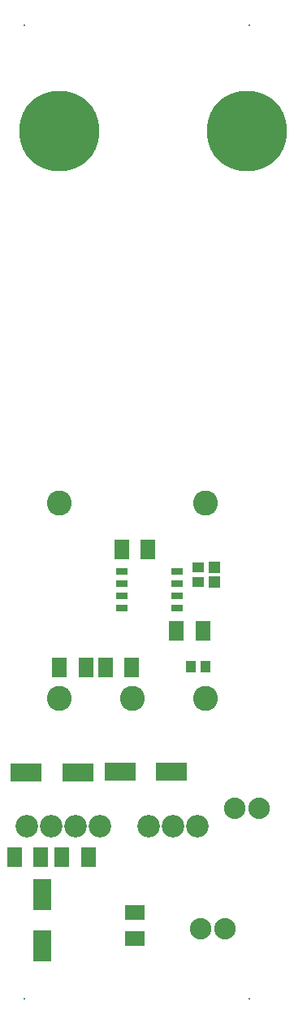
<source format=gbs>
G04*
G04 #@! TF.GenerationSoftware,Altium Limited,Altium Designer,18.1.6 (161)*
G04*
G04 Layer_Color=16711935*
%FSLAX25Y25*%
%MOIN*%
G70*
G01*
G75*
%ADD16R,0.07296X0.13005*%
%ADD17C,0.10249*%
%ADD18C,0.08800*%
%ADD19C,0.09265*%
%ADD20C,0.00800*%
%ADD21C,0.32926*%
%ADD39R,0.04147X0.04540*%
%ADD40R,0.06115X0.07887*%
%ADD41R,0.13005X0.07296*%
%ADD42R,0.04540X0.04737*%
%ADD43R,0.04540X0.04147*%
%ADD44R,0.04698X0.02808*%
%ADD45R,0.07887X0.06115*%
D16*
X26130Y57221D02*
D03*
Y36158D02*
D03*
D17*
X32992Y137795D02*
D03*
X62992D02*
D03*
X92992D02*
D03*
Y217795D02*
D03*
X32992D02*
D03*
D18*
X105130Y92689D02*
D03*
X115130D02*
D03*
X101130Y43189D02*
D03*
X91130D02*
D03*
D19*
X19630Y85189D02*
D03*
X29630D02*
D03*
X39630D02*
D03*
X49630D02*
D03*
X69630D02*
D03*
X79630D02*
D03*
X89630D02*
D03*
D20*
X111130Y413386D02*
D03*
X18630D02*
D03*
X111130Y14689D02*
D03*
X18630D02*
D03*
D21*
X32992Y370079D02*
D03*
X110236D02*
D03*
D39*
X93181Y150689D02*
D03*
X87079D02*
D03*
D40*
X92043Y165189D02*
D03*
X81217D02*
D03*
X58716Y198689D02*
D03*
X69543D02*
D03*
X25543Y72689D02*
D03*
X14717D02*
D03*
X34216D02*
D03*
X45043D02*
D03*
X33217Y150189D02*
D03*
X44043D02*
D03*
X62945D02*
D03*
X52118D02*
D03*
D41*
X58098Y107689D02*
D03*
X79161D02*
D03*
X40661Y107189D02*
D03*
X19598D02*
D03*
D42*
X96630Y185236D02*
D03*
Y191142D02*
D03*
D43*
X90130Y185138D02*
D03*
Y191240D02*
D03*
D44*
X81429Y189689D02*
D03*
Y184689D02*
D03*
Y179689D02*
D03*
Y174689D02*
D03*
X58831Y189689D02*
D03*
Y184689D02*
D03*
Y179689D02*
D03*
Y174689D02*
D03*
D45*
X64130Y50102D02*
D03*
Y39276D02*
D03*
M02*

</source>
